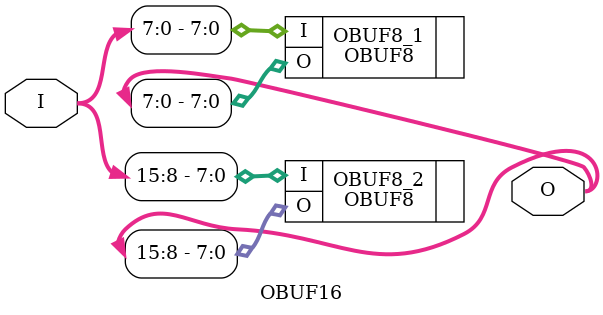
<source format=v>
`timescale 1ns / 1ps
module OBUF16(
    output [15:0] O,
    input [15:0] I
    );


OBUF8 
OBUF8_1 (
      .O(O[7:0]),     // Buffer output (connect directly to top-level port)
      .I(I[7:0])      // Buffer input 
   );
	
OBUF8 
OBUF8_2 (
      .O(O[15:8]),     // Buffer output (connect directly to top-level port)
      .I(I[15:8])      // Buffer input 
   );	

endmodule

</source>
